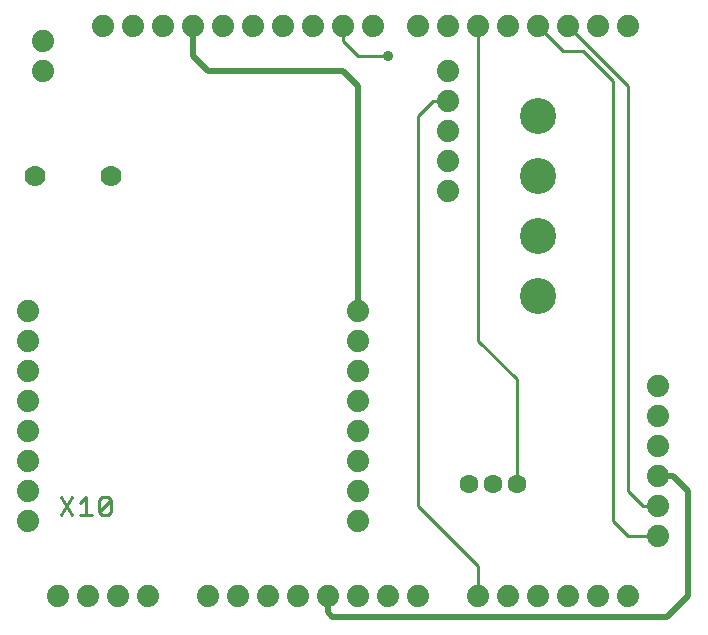
<source format=gtl>
G75*
%MOIN*%
%OFA0B0*%
%FSLAX25Y25*%
%IPPOS*%
%LPD*%
%AMOC8*
5,1,8,0,0,1.08239X$1,22.5*
%
%ADD10C,0.01100*%
%ADD11C,0.07400*%
%ADD12C,0.12000*%
%ADD13C,0.07000*%
%ADD14C,0.06299*%
%ADD15C,0.02000*%
%ADD16C,0.01000*%
%ADD17C,0.03500*%
D10*
X0088405Y0137050D02*
X0092342Y0142955D01*
X0094851Y0140987D02*
X0096819Y0142955D01*
X0096819Y0137050D01*
X0094851Y0137050D02*
X0098788Y0137050D01*
X0101296Y0138034D02*
X0101296Y0141971D01*
X0102281Y0142955D01*
X0104249Y0142955D01*
X0105233Y0141971D01*
X0101296Y0138034D01*
X0102281Y0137050D01*
X0104249Y0137050D01*
X0105233Y0138034D01*
X0105233Y0141971D01*
X0092342Y0137050D02*
X0088405Y0142955D01*
D11*
X0087524Y0110000D03*
X0097524Y0110000D03*
X0107524Y0110000D03*
X0117524Y0110000D03*
X0137524Y0110000D03*
X0147524Y0110000D03*
X0157524Y0110000D03*
X0167524Y0110000D03*
X0177524Y0110000D03*
X0187524Y0110000D03*
X0197524Y0110000D03*
X0207524Y0110000D03*
X0227524Y0110000D03*
X0237524Y0110000D03*
X0247524Y0110000D03*
X0257524Y0110000D03*
X0267524Y0110000D03*
X0277524Y0110000D03*
X0287524Y0130000D03*
X0287524Y0140000D03*
X0287524Y0150000D03*
X0287524Y0160000D03*
X0287524Y0170000D03*
X0287524Y0180000D03*
X0217524Y0245000D03*
X0217524Y0255000D03*
X0217524Y0265000D03*
X0217524Y0275000D03*
X0217524Y0285000D03*
X0217524Y0300000D03*
X0227524Y0300000D03*
X0237524Y0300000D03*
X0247524Y0300000D03*
X0257524Y0300000D03*
X0267524Y0300000D03*
X0277524Y0300000D03*
X0207524Y0300000D03*
X0192524Y0300000D03*
X0182524Y0300000D03*
X0172524Y0300000D03*
X0162524Y0300000D03*
X0152524Y0300000D03*
X0142524Y0300000D03*
X0132524Y0300000D03*
X0122524Y0300000D03*
X0112524Y0300000D03*
X0102524Y0300000D03*
X0082524Y0295000D03*
X0082524Y0285000D03*
X0077524Y0205000D03*
X0077524Y0195000D03*
X0077524Y0185000D03*
X0077524Y0175000D03*
X0077524Y0165000D03*
X0077524Y0155000D03*
X0077524Y0145000D03*
X0077524Y0135000D03*
X0187524Y0135000D03*
X0187524Y0145000D03*
X0187524Y0155000D03*
X0187524Y0165000D03*
X0187524Y0175000D03*
X0187524Y0185000D03*
X0187524Y0195000D03*
X0187524Y0205000D03*
D12*
X0247524Y0210000D03*
X0247524Y0230000D03*
X0247524Y0250000D03*
X0247524Y0270000D03*
D13*
X0105319Y0250000D03*
X0079728Y0250000D03*
D14*
X0224650Y0147165D03*
X0232524Y0147165D03*
X0240398Y0147165D03*
D15*
X0287524Y0150000D02*
X0292524Y0150000D01*
X0297524Y0145000D01*
X0297524Y0110000D01*
X0290524Y0103000D01*
X0179024Y0103000D01*
X0177524Y0104500D01*
X0177524Y0110000D01*
X0187524Y0205000D02*
X0187524Y0280000D01*
X0182524Y0285000D01*
X0137524Y0285000D01*
X0132524Y0290000D01*
X0132524Y0300000D01*
D16*
X0182524Y0300000D02*
X0182524Y0295000D01*
X0187524Y0290000D01*
X0197524Y0290000D01*
X0212524Y0275000D02*
X0217524Y0275000D01*
X0212524Y0275000D02*
X0207524Y0270000D01*
X0207524Y0140000D01*
X0227524Y0120000D01*
X0227524Y0110000D01*
X0272524Y0135000D02*
X0272524Y0281500D01*
X0262524Y0291500D01*
X0256024Y0291500D01*
X0247524Y0300000D01*
X0257524Y0300000D02*
X0277524Y0280000D01*
X0277524Y0145000D01*
X0282524Y0140000D01*
X0287524Y0140000D01*
X0287524Y0130000D02*
X0277524Y0130000D01*
X0272524Y0135000D01*
X0240398Y0147165D02*
X0240398Y0182126D01*
X0227524Y0195000D01*
X0227524Y0300000D01*
D17*
X0197524Y0290000D03*
M02*

</source>
